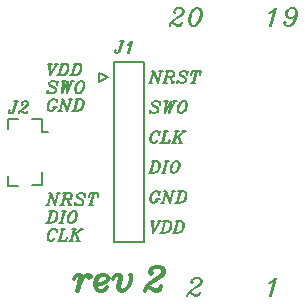
<source format=gto>
%FSLAX46Y46*%
%MOMM*%
%ADD10C,0.150000*%
%ADD11C,0.300000*%
G01*
G01*
%LPD*%
D10*
X-3547619Y5928571D02*
X-3595238Y5928571D01*
D10*
X-3500000Y6023809D02*
X-3547619Y5928571D01*
D10*
X-3547619Y5738095D02*
X-3500000Y6023809D01*
D10*
X-3547619Y5833333D02*
X-3547619Y5738095D01*
D10*
X-3595238Y5928571D02*
X-3547619Y5833333D01*
D10*
X-3642857Y5976190D02*
X-3595238Y5928571D01*
D10*
X-3785714Y6023809D02*
X-3642857Y5976190D01*
D10*
X-3976190Y6023809D02*
X-3785714Y6023809D01*
D10*
X-4119047Y5976190D02*
X-3976190Y6023809D01*
D10*
X-4214285Y5880952D02*
X-4119047Y5976190D01*
D10*
X-4214285Y5785714D02*
X-4214285Y5880952D01*
D10*
X-4166666Y5690476D02*
X-4214285Y5785714D01*
D10*
X-4119047Y5642857D02*
X-4166666Y5690476D01*
D10*
X-3785714Y5452381D02*
X-4119047Y5642857D01*
D10*
X-3690476Y5357143D02*
X-3785714Y5452381D01*
D10*
X-4119047Y5690476D02*
X-4214285Y5785714D01*
D10*
X-3785714Y5500000D02*
X-4119047Y5690476D01*
D10*
X-3738095Y5452381D02*
X-3785714Y5500000D01*
D10*
X-3690476Y5357143D02*
X-3738095Y5452381D01*
D10*
X-3690476Y5214285D02*
X-3690476Y5357143D01*
D10*
X-3738095Y5119047D02*
X-3690476Y5214285D01*
D10*
X-3785714Y5071428D02*
X-3738095Y5119047D01*
D10*
X-3928571Y5023809D02*
X-3785714Y5071428D01*
D10*
X-4119047Y5023809D02*
X-3928571Y5023809D01*
D10*
X-4261905Y5071428D02*
X-4119047Y5023809D01*
D10*
X-4309524Y5119047D02*
X-4261905Y5071428D01*
D10*
X-4357143Y5214285D02*
X-4309524Y5119047D01*
D10*
X-4357143Y5309524D02*
X-4357143Y5214285D01*
D10*
X-4404762Y5023809D02*
X-4357143Y5309524D01*
D10*
X-4357143Y5119047D02*
X-4404762Y5023809D01*
D10*
X-4309524Y5119047D02*
X-4357143Y5119047D01*
D10*
X-3119047Y5023809D02*
X-3023809Y6023809D01*
D10*
X-3071428Y5119047D02*
X-2976190Y6023809D01*
D10*
X-3119047Y5023809D02*
X-2642857Y6023809D01*
D10*
X-2738095Y5023809D02*
X-2642857Y6023809D01*
D10*
X-2690476Y5119047D02*
X-2595238Y6023809D01*
D10*
X-2738095Y5023809D02*
X-2261904Y6023809D01*
D10*
X-2833333Y6023809D02*
X-3166666Y6023809D01*
D10*
X-2119047Y6023809D02*
X-2404762Y6023809D01*
D10*
X-1738095Y5976190D02*
X-1595238Y6023809D01*
D10*
X-1833333Y5880952D02*
X-1738095Y5976190D01*
D10*
X-1928571Y5738095D02*
X-1833333Y5880952D01*
D10*
X-1976190Y5595238D02*
X-1928571Y5738095D01*
D10*
X-2023809Y5404762D02*
X-1976190Y5595238D01*
D10*
X-2023809Y5261905D02*
X-2023809Y5404762D01*
D10*
X-1976190Y5119047D02*
X-2023809Y5261905D01*
D10*
X-1928571Y5071428D02*
X-1976190Y5119047D01*
D10*
X-1833333Y5023809D02*
X-1928571Y5071428D01*
D10*
X-1690476Y5023809D02*
X-1833333Y5023809D01*
D10*
X-1547619Y5071428D02*
X-1690476Y5023809D01*
D10*
X-1452381Y5166666D02*
X-1547619Y5071428D01*
D10*
X-1357143Y5309524D02*
X-1452381Y5166666D01*
D10*
X-1309523Y5452381D02*
X-1357143Y5309524D01*
D10*
X-1261904Y5642857D02*
X-1309523Y5452381D01*
D10*
X-1261904Y5785714D02*
X-1261904Y5642857D01*
D10*
X-1309523Y5928571D02*
X-1261904Y5785714D01*
D10*
X-1357143Y5976190D02*
X-1309523Y5928571D01*
D10*
X-1452381Y6023809D02*
X-1357143Y5976190D01*
D10*
X-1595238Y6023809D02*
X-1452381Y6023809D01*
D10*
X-1690476Y5976190D02*
X-1595238Y6023809D01*
D10*
X-1785714Y5880952D02*
X-1690476Y5976190D01*
D10*
X-1880952Y5738095D02*
X-1785714Y5880952D01*
D10*
X-1928571Y5595238D02*
X-1880952Y5738095D01*
D10*
X-1976190Y5404762D02*
X-1928571Y5595238D01*
D10*
X-1976190Y5261905D02*
X-1976190Y5404762D01*
D10*
X-1928571Y5119047D02*
X-1976190Y5261905D01*
D10*
X-1833333Y5023809D02*
X-1928571Y5119047D01*
D10*
X-1595238Y5071428D02*
X-1690476Y5023809D01*
D10*
X-1500000Y5166666D02*
X-1595238Y5071428D01*
D10*
X-1404762Y5309524D02*
X-1500000Y5166666D01*
D10*
X-1357143Y5452381D02*
X-1404762Y5309524D01*
D10*
X-1309523Y5642857D02*
X-1357143Y5452381D01*
D10*
X-1309523Y5785714D02*
X-1309523Y5642857D01*
D10*
X-1357143Y5928571D02*
X-1309523Y5785714D01*
D10*
X-1452381Y6023809D02*
X-1357143Y5928571D01*
D10*
X7961428Y-11001429D02*
X7890000Y-10930000D01*
D10*
X7890000Y-11072857D02*
X7961428Y-11001429D01*
D10*
X7818571Y-11001429D02*
X7890000Y-11072857D01*
D10*
X7818571Y-10930000D02*
X7818571Y-11001429D01*
D10*
X7890000Y-10787143D02*
X7818571Y-10930000D01*
D10*
X7961428Y-10715714D02*
X7890000Y-10787143D01*
D10*
X8175714Y-10644286D02*
X7961428Y-10715714D01*
D10*
X8390000Y-10644286D02*
X8175714Y-10644286D01*
D10*
X8604286Y-10715714D02*
X8390000Y-10644286D01*
D10*
X8675714Y-10858571D02*
X8604286Y-10715714D01*
D10*
X8675714Y-11001429D02*
X8675714Y-10858571D01*
D10*
X8604286Y-11144286D02*
X8675714Y-11001429D01*
D10*
X8461429Y-11287143D02*
X8604286Y-11144286D01*
D10*
X8247143Y-11430000D02*
X8461429Y-11287143D01*
D10*
X7961428Y-11572857D02*
X8247143Y-11430000D01*
D10*
X7747143Y-11715714D02*
X7961428Y-11572857D01*
D10*
X7604286Y-11858571D02*
X7747143Y-11715714D01*
D10*
X7461428Y-12144286D02*
X7604286Y-11858571D01*
D10*
X8532857Y-10715714D02*
X8390000Y-10644286D01*
D10*
X8604286Y-10858571D02*
X8532857Y-10715714D01*
D10*
X8604286Y-11001429D02*
X8604286Y-10858571D01*
D10*
X8532857Y-11144286D02*
X8604286Y-11001429D01*
D10*
X8390000Y-11287143D02*
X8532857Y-11144286D01*
D10*
X7961428Y-11572857D02*
X8390000Y-11287143D01*
D10*
X7604286Y-11930000D02*
X7532857Y-12001429D01*
D10*
X7747143Y-11930000D02*
X7604286Y-11930000D01*
D10*
X8104286Y-12072857D02*
X7747143Y-11930000D01*
D10*
X8318571Y-12072857D02*
X8104286Y-12072857D01*
D10*
X8461429Y-12001429D02*
X8318571Y-12072857D01*
D10*
X8532857Y-11858571D02*
X8461429Y-12001429D01*
D10*
X8104286Y-12144286D02*
X7747143Y-11930000D01*
D10*
X8318571Y-12144286D02*
X8104286Y-12144286D01*
D10*
X8461429Y-12072857D02*
X8318571Y-12144286D01*
D10*
X8532857Y-11858571D02*
X8461429Y-12072857D01*
D10*
X-4166666Y6523809D02*
X-4214285Y7523809D01*
D10*
X-4119047Y6619047D02*
X-4166666Y7523809D01*
D10*
X-4166666Y6523809D02*
X-3547619Y7523809D01*
D10*
X-4023809Y7523809D02*
X-4309524Y7523809D01*
D10*
X-3452381Y7523809D02*
X-3738095Y7523809D01*
D10*
X-3404762Y6523809D02*
X-3119047Y7523809D01*
D10*
X-3357143Y6523809D02*
X-3071428Y7523809D01*
D10*
X-2833333Y7523809D02*
X-3261904Y7523809D01*
D10*
X-2690476Y7476190D02*
X-2833333Y7523809D01*
D10*
X-2642857Y7428571D02*
X-2690476Y7476190D01*
D10*
X-2595238Y7285714D02*
X-2642857Y7428571D01*
D10*
X-2595238Y7095238D02*
X-2595238Y7285714D01*
D10*
X-2642857Y6904762D02*
X-2595238Y7095238D01*
D10*
X-2738095Y6714285D02*
X-2642857Y6904762D01*
D10*
X-2833333Y6619047D02*
X-2738095Y6714285D01*
D10*
X-2928571Y6571428D02*
X-2833333Y6619047D01*
D10*
X-3119047Y6523809D02*
X-2928571Y6571428D01*
D10*
X-3547619Y6523809D02*
X-3119047Y6523809D01*
D10*
X-2738095Y7476190D02*
X-2833333Y7523809D01*
D10*
X-2690476Y7428571D02*
X-2738095Y7476190D01*
D10*
X-2642857Y7285714D02*
X-2690476Y7428571D01*
D10*
X-2642857Y7095238D02*
X-2642857Y7285714D01*
D10*
X-2690476Y6904762D02*
X-2642857Y7095238D01*
D10*
X-2785714Y6714285D02*
X-2690476Y6904762D01*
D10*
X-2880952Y6619047D02*
X-2785714Y6714285D01*
D10*
X-2976190Y6571428D02*
X-2880952Y6619047D01*
D10*
X-3119047Y6523809D02*
X-2976190Y6571428D01*
D10*
X-2309523Y6523809D02*
X-2023809Y7523809D01*
D10*
X-2261904Y6523809D02*
X-1976190Y7523809D01*
D10*
X-1738095Y7523809D02*
X-2166666Y7523809D01*
D10*
X-1595238Y7476190D02*
X-1738095Y7523809D01*
D10*
X-1547619Y7428571D02*
X-1595238Y7476190D01*
D10*
X-1500000Y7285714D02*
X-1547619Y7428571D01*
D10*
X-1500000Y7095238D02*
X-1500000Y7285714D01*
D10*
X-1547619Y6904762D02*
X-1500000Y7095238D01*
D10*
X-1642857Y6714285D02*
X-1547619Y6904762D01*
D10*
X-1738095Y6619047D02*
X-1642857Y6714285D01*
D10*
X-1833333Y6571428D02*
X-1738095Y6619047D01*
D10*
X-2023809Y6523809D02*
X-1833333Y6571428D01*
D10*
X-2452381Y6523809D02*
X-2023809Y6523809D01*
D10*
X-1642857Y7476190D02*
X-1738095Y7523809D01*
D10*
X-1595238Y7428571D02*
X-1642857Y7476190D01*
D10*
X-1547619Y7285714D02*
X-1595238Y7428571D01*
D10*
X-1547619Y7095238D02*
X-1547619Y7285714D01*
D10*
X-1595238Y6904762D02*
X-1547619Y7095238D01*
D10*
X-1690476Y6714285D02*
X-1595238Y6904762D01*
D10*
X-1785714Y6619047D02*
X-1690476Y6714285D01*
D10*
X-1880952Y6571428D02*
X-1785714Y6619047D01*
D10*
X-2023809Y6523809D02*
X-1880952Y6571428D01*
D10*
X4333857Y-1746190D02*
X4619571Y-746190D01*
D10*
X4381476Y-1746190D02*
X4667190Y-746190D01*
D10*
X4905285Y-746190D02*
X4476714Y-746190D01*
D10*
X5048143Y-793809D02*
X4905285Y-746190D01*
D10*
X5095762Y-841428D02*
X5048143Y-793809D01*
D10*
X5143381Y-984285D02*
X5095762Y-841428D01*
D10*
X5143381Y-1174761D02*
X5143381Y-984285D01*
D10*
X5095762Y-1365238D02*
X5143381Y-1174761D01*
D10*
X5000524Y-1555714D02*
X5095762Y-1365238D01*
D10*
X4905285Y-1650952D02*
X5000524Y-1555714D01*
D10*
X4810047Y-1698571D02*
X4905285Y-1650952D01*
D10*
X4619571Y-1746190D02*
X4810047Y-1698571D01*
D10*
X4191000Y-1746190D02*
X4619571Y-1746190D01*
D10*
X5000524Y-793809D02*
X4905285Y-746190D01*
D10*
X5048143Y-841428D02*
X5000524Y-793809D01*
D10*
X5095762Y-984285D02*
X5048143Y-841428D01*
D10*
X5095762Y-1174761D02*
X5095762Y-984285D01*
D10*
X5048143Y-1365238D02*
X5095762Y-1174761D01*
D10*
X4952905Y-1555714D02*
X5048143Y-1365238D01*
D10*
X4857666Y-1650952D02*
X4952905Y-1555714D01*
D10*
X4762428Y-1698571D02*
X4857666Y-1650952D01*
D10*
X4619571Y-1746190D02*
X4762428Y-1698571D01*
D10*
X5429095Y-1746190D02*
X5714809Y-746190D01*
D10*
X5476714Y-1746190D02*
X5762428Y-746190D01*
D10*
X5905286Y-746190D02*
X5571952Y-746190D01*
D10*
X5619571Y-1746190D02*
X5286238Y-1746190D01*
D10*
X6333857Y-793809D02*
X6476714Y-746190D01*
D10*
X6238619Y-889047D02*
X6333857Y-793809D01*
D10*
X6143381Y-1031904D02*
X6238619Y-889047D01*
D10*
X6095762Y-1174761D02*
X6143381Y-1031904D01*
D10*
X6048143Y-1365238D02*
X6095762Y-1174761D01*
D10*
X6048143Y-1508095D02*
X6048143Y-1365238D01*
D10*
X6095762Y-1650952D02*
X6048143Y-1508095D01*
D10*
X6143381Y-1698571D02*
X6095762Y-1650952D01*
D10*
X6238619Y-1746190D02*
X6143381Y-1698571D01*
D10*
X6381476Y-1746190D02*
X6238619Y-1746190D01*
D10*
X6524333Y-1698571D02*
X6381476Y-1746190D01*
D10*
X6619571Y-1603333D02*
X6524333Y-1698571D01*
D10*
X6714809Y-1460476D02*
X6619571Y-1603333D01*
D10*
X6762428Y-1317619D02*
X6714809Y-1460476D01*
D10*
X6810047Y-1127142D02*
X6762428Y-1317619D01*
D10*
X6810047Y-984285D02*
X6810047Y-1127142D01*
D10*
X6762428Y-841428D02*
X6810047Y-984285D01*
D10*
X6714809Y-793809D02*
X6762428Y-841428D01*
D10*
X6619571Y-746190D02*
X6714809Y-793809D01*
D10*
X6476714Y-746190D02*
X6619571Y-746190D01*
D10*
X6381476Y-793809D02*
X6476714Y-746190D01*
D10*
X6286238Y-889047D02*
X6381476Y-793809D01*
D10*
X6191000Y-1031904D02*
X6286238Y-889047D01*
D10*
X6143381Y-1174761D02*
X6191000Y-1031904D01*
D10*
X6095762Y-1365238D02*
X6143381Y-1174761D01*
D10*
X6095762Y-1508095D02*
X6095762Y-1365238D01*
D10*
X6143381Y-1650952D02*
X6095762Y-1508095D01*
D10*
X6238619Y-1746190D02*
X6143381Y-1650952D01*
D10*
X6476714Y-1698571D02*
X6381476Y-1746190D01*
D10*
X6571952Y-1603333D02*
X6476714Y-1698571D01*
D10*
X6667190Y-1460476D02*
X6571952Y-1603333D01*
D10*
X6714809Y-1317619D02*
X6667190Y-1460476D01*
D10*
X6762428Y-1127142D02*
X6714809Y-1317619D01*
D10*
X6762428Y-984285D02*
X6762428Y-1127142D01*
D10*
X6714809Y-841428D02*
X6762428Y-984285D01*
D10*
X6619571Y-746190D02*
X6714809Y-841428D01*
D10*
X14470000Y10715714D02*
X14827143Y11930000D01*
D10*
X14541429Y10715714D02*
X14970000Y12215714D01*
D10*
X14755714Y12001429D02*
X14970000Y12215714D01*
D10*
X14541429Y11858571D02*
X14755714Y12001429D01*
D10*
X14398571Y11787143D02*
X14541429Y11858571D01*
D10*
X14612857Y11858571D02*
X14898571Y12001429D01*
D10*
X14398571Y11787143D02*
X14612857Y11858571D01*
D10*
X16612857Y11572857D02*
X16684286Y11715714D01*
D10*
X16470000Y11430000D02*
X16612857Y11572857D01*
D10*
X16327143Y11358571D02*
X16470000Y11430000D01*
D10*
X16112857Y11358571D02*
X16327143Y11358571D01*
D10*
X15970000Y11430000D02*
X16112857Y11358571D01*
D10*
X15898571Y11501429D02*
X15970000Y11430000D01*
D10*
X15827143Y11644286D02*
X15898571Y11501429D01*
D10*
X15827143Y11858571D02*
X15827143Y11644286D01*
D10*
X15898571Y12001429D02*
X15827143Y11858571D01*
D10*
X16041428Y12144286D02*
X15898571Y12001429D01*
D10*
X16255714Y12215714D02*
X16041428Y12144286D01*
D10*
X16470000Y12215714D02*
X16255714Y12215714D01*
D10*
X16612857Y12144286D02*
X16470000Y12215714D01*
D10*
X16684286Y12072857D02*
X16612857Y12144286D01*
D10*
X16755714Y11930000D02*
X16684286Y12072857D01*
D10*
X16755714Y11644286D02*
X16755714Y11930000D01*
D10*
X16684286Y11358571D02*
X16755714Y11644286D01*
D10*
X16612857Y11144286D02*
X16684286Y11358571D01*
D10*
X16470000Y10930000D02*
X16612857Y11144286D01*
D10*
X16327143Y10787143D02*
X16470000Y10930000D01*
D10*
X16112857Y10715714D02*
X16327143Y10787143D01*
D10*
X15898571Y10715714D02*
X16112857Y10715714D01*
D10*
X15755714Y10787143D02*
X15898571Y10715714D01*
D10*
X15684286Y10930000D02*
X15755714Y10787143D01*
D10*
X15684286Y11001429D02*
X15684286Y10930000D01*
D10*
X15755714Y11072857D02*
X15684286Y11001429D01*
D10*
X15827143Y11001429D02*
X15755714Y11072857D01*
D10*
X15755714Y10930000D02*
X15827143Y11001429D01*
D10*
X15898571Y11572857D02*
X15970000Y11430000D01*
D10*
X15898571Y11858571D02*
X15898571Y11572857D01*
D10*
X15970000Y12001429D02*
X15898571Y11858571D01*
D10*
X16112857Y12144286D02*
X15970000Y12001429D01*
D10*
X16255714Y12215714D02*
X16112857Y12144286D01*
D10*
X16684286Y12001429D02*
X16612857Y12144286D01*
D10*
X16684286Y11644286D02*
X16684286Y12001429D01*
D10*
X16612857Y11358571D02*
X16684286Y11644286D01*
D10*
X16541428Y11144286D02*
X16612857Y11358571D01*
D10*
X16398572Y10930000D02*
X16541428Y11144286D01*
D10*
X16255714Y10787143D02*
X16398572Y10930000D01*
D10*
X16112857Y10715714D02*
X16255714Y10787143D01*
D10*
X5095762Y1698571D02*
X5048143Y1698571D01*
D10*
X5143381Y1793809D02*
X5095762Y1698571D01*
D10*
X5095762Y1508095D02*
X5143381Y1793809D01*
D10*
X5095762Y1603333D02*
X5095762Y1508095D01*
D10*
X5048143Y1698571D02*
X5095762Y1603333D01*
D10*
X5000524Y1746190D02*
X5048143Y1698571D01*
D10*
X4905285Y1793809D02*
X5000524Y1746190D01*
D10*
X4762428Y1793809D02*
X4905285Y1793809D01*
D10*
X4619571Y1746190D02*
X4762428Y1793809D01*
D10*
X4524333Y1650952D02*
X4619571Y1746190D01*
D10*
X4429095Y1508095D02*
X4524333Y1650952D01*
D10*
X4381476Y1365238D02*
X4429095Y1508095D01*
D10*
X4333857Y1174761D02*
X4381476Y1365238D01*
D10*
X4333857Y1031904D02*
X4333857Y1174761D01*
D10*
X4381476Y889047D02*
X4333857Y1031904D01*
D10*
X4429095Y841428D02*
X4381476Y889047D01*
D10*
X4571952Y793809D02*
X4429095Y841428D01*
D10*
X4714809Y793809D02*
X4571952Y793809D01*
D10*
X4810047Y841428D02*
X4714809Y793809D01*
D10*
X4905285Y936666D02*
X4810047Y841428D01*
D10*
X4952905Y1031904D02*
X4905285Y936666D01*
D10*
X4667190Y1746190D02*
X4762428Y1793809D01*
D10*
X4571952Y1650952D02*
X4667190Y1746190D01*
D10*
X4476714Y1508095D02*
X4571952Y1650952D01*
D10*
X4429095Y1365238D02*
X4476714Y1508095D01*
D10*
X4381476Y1174761D02*
X4429095Y1365238D01*
D10*
X4381476Y1031904D02*
X4381476Y1174761D01*
D10*
X4429095Y889047D02*
X4381476Y1031904D01*
D10*
X4476714Y841428D02*
X4429095Y889047D01*
D10*
X4571952Y793809D02*
X4476714Y841428D01*
D10*
X5333857Y793809D02*
X5619571Y1793809D01*
D10*
X5381476Y793809D02*
X5667190Y1793809D01*
D10*
X5810047Y1793809D02*
X5476714Y1793809D01*
D10*
X5905286Y793809D02*
X5191000Y793809D01*
D10*
X6000524Y1079523D02*
X5905286Y793809D01*
D10*
X5857666Y793809D02*
X6000524Y1079523D01*
D10*
X6286238Y793809D02*
X6571952Y1793809D01*
D10*
X6333857Y793809D02*
X6619571Y1793809D01*
D10*
X6429095Y1174761D02*
X7238619Y1793809D01*
D10*
X6952905Y793809D02*
X6762428Y1365238D01*
D10*
X6905286Y793809D02*
X6714809Y1365238D01*
D10*
X6762428Y1793809D02*
X6429095Y1793809D01*
D10*
X7333857Y1793809D02*
X7048143Y1793809D01*
D10*
X6476714Y793809D02*
X6143381Y793809D01*
D10*
X7048143Y793809D02*
X6762428Y793809D01*
D10*
X5095762Y-3381428D02*
X5048143Y-3381428D01*
D10*
X5143381Y-3286190D02*
X5095762Y-3381428D01*
D10*
X5095762Y-3571904D02*
X5143381Y-3286190D01*
D10*
X5095762Y-3476666D02*
X5095762Y-3571904D01*
D10*
X5048143Y-3381428D02*
X5095762Y-3476666D01*
D10*
X5000524Y-3333809D02*
X5048143Y-3381428D01*
D10*
X4905285Y-3286190D02*
X5000524Y-3333809D01*
D10*
X4762428Y-3286190D02*
X4905285Y-3286190D01*
D10*
X4619571Y-3333809D02*
X4762428Y-3286190D01*
D10*
X4524333Y-3429047D02*
X4619571Y-3333809D01*
D10*
X4429095Y-3571904D02*
X4524333Y-3429047D01*
D10*
X4381476Y-3714762D02*
X4429095Y-3571904D01*
D10*
X4333857Y-3905238D02*
X4381476Y-3714762D01*
D10*
X4333857Y-4048095D02*
X4333857Y-3905238D01*
D10*
X4381476Y-4190952D02*
X4333857Y-4048095D01*
D10*
X4429095Y-4238571D02*
X4381476Y-4190952D01*
D10*
X4571952Y-4286190D02*
X4429095Y-4238571D01*
D10*
X4667190Y-4286190D02*
X4571952Y-4286190D01*
D10*
X4810047Y-4238571D02*
X4667190Y-4286190D01*
D10*
X4905285Y-4143333D02*
X4810047Y-4238571D01*
D10*
X5000524Y-3952857D02*
X4905285Y-4143333D01*
D10*
X4667190Y-3333809D02*
X4762428Y-3286190D01*
D10*
X4571952Y-3429047D02*
X4667190Y-3333809D01*
D10*
X4476714Y-3571904D02*
X4571952Y-3429047D01*
D10*
X4429095Y-3714762D02*
X4476714Y-3571904D01*
D10*
X4381476Y-3905238D02*
X4429095Y-3714762D01*
D10*
X4381476Y-4048095D02*
X4381476Y-3905238D01*
D10*
X4429095Y-4190952D02*
X4381476Y-4048095D01*
D10*
X4476714Y-4238571D02*
X4429095Y-4190952D01*
D10*
X4571952Y-4286190D02*
X4476714Y-4238571D01*
D10*
X4762428Y-4238571D02*
X4667190Y-4286190D01*
D10*
X4857666Y-4143333D02*
X4762428Y-4238571D01*
D10*
X4952905Y-3952857D02*
X4857666Y-4143333D01*
D10*
X5143381Y-3952857D02*
X4810047Y-3952857D01*
D10*
X5381476Y-4286190D02*
X5667190Y-3286190D01*
D10*
X6000524Y-4143333D02*
X5667190Y-3286190D01*
D10*
X6000524Y-4286190D02*
X5667190Y-3429047D01*
D10*
X6000524Y-4286190D02*
X6286238Y-3286190D01*
D10*
X5667190Y-3286190D02*
X5524333Y-3286190D01*
D10*
X6429095Y-3286190D02*
X6143381Y-3286190D01*
D10*
X5524333Y-4286190D02*
X5238619Y-4286190D01*
D10*
X6571952Y-4286190D02*
X6857666Y-3286190D01*
D10*
X6619571Y-4286190D02*
X6905286Y-3286190D01*
D10*
X7143381Y-3286190D02*
X6714809Y-3286190D01*
D10*
X7286238Y-3333809D02*
X7143381Y-3286190D01*
D10*
X7333857Y-3381428D02*
X7286238Y-3333809D01*
D10*
X7381476Y-3524285D02*
X7333857Y-3381428D01*
D10*
X7381476Y-3714762D02*
X7381476Y-3524285D01*
D10*
X7333857Y-3905238D02*
X7381476Y-3714762D01*
D10*
X7238619Y-4095714D02*
X7333857Y-3905238D01*
D10*
X7143381Y-4190952D02*
X7238619Y-4095714D01*
D10*
X7048143Y-4238571D02*
X7143381Y-4190952D01*
D10*
X6857666Y-4286190D02*
X7048143Y-4238571D01*
D10*
X6429095Y-4286190D02*
X6857666Y-4286190D01*
D10*
X7238619Y-3333809D02*
X7143381Y-3286190D01*
D10*
X7286238Y-3381428D02*
X7238619Y-3333809D01*
D10*
X7333857Y-3524285D02*
X7286238Y-3381428D01*
D10*
X7333857Y-3714762D02*
X7333857Y-3524285D01*
D10*
X7286238Y-3905238D02*
X7333857Y-3714762D01*
D10*
X7191000Y-4095714D02*
X7286238Y-3905238D01*
D10*
X7095762Y-4190952D02*
X7191000Y-4095714D01*
D10*
X7000524Y-4238571D02*
X7095762Y-4190952D01*
D10*
X6857666Y-4286190D02*
X7000524Y-4238571D01*
D10*
X1746190Y8604286D02*
X1984285Y9413810D01*
D10*
X1698571Y8509048D02*
X1746190Y8604286D01*
D10*
X1650952Y8461429D02*
X1698571Y8509048D01*
D10*
X1555714Y8413810D02*
X1650952Y8461429D01*
D10*
X1460476Y8413810D02*
X1555714Y8413810D01*
D10*
X1365238Y8461429D02*
X1460476Y8413810D01*
D10*
X1317619Y8556667D02*
X1365238Y8461429D01*
D10*
X1317619Y8651905D02*
X1317619Y8556667D01*
D10*
X1365238Y8699524D02*
X1317619Y8651905D01*
D10*
X1412857Y8651905D02*
X1365238Y8699524D01*
D10*
X1365238Y8604286D02*
X1412857Y8651905D01*
D10*
X1698571Y8604286D02*
X1936666Y9413810D01*
D10*
X1650952Y8509048D02*
X1698571Y8604286D01*
D10*
X1555714Y8413810D02*
X1650952Y8509048D01*
D10*
X2127143Y9413810D02*
X1793809Y9413810D01*
D10*
X2460476Y8413810D02*
X2698571Y9223333D01*
D10*
X2508095Y8413810D02*
X2793809Y9413810D01*
D10*
X2650952Y9270952D02*
X2793809Y9413810D01*
D10*
X2508095Y9175714D02*
X2650952Y9270952D01*
D10*
X2412857Y9128095D02*
X2508095Y9175714D01*
D10*
X2555714Y9175714D02*
X2746190Y9270952D01*
D10*
X2412857Y9128095D02*
X2555714Y9175714D01*
D10*
X4333857Y5873809D02*
X4619571Y6873809D01*
D10*
X4952905Y6016666D02*
X4619571Y6873809D01*
D10*
X4952905Y5873809D02*
X4619571Y6730952D01*
D10*
X4952905Y5873809D02*
X5238619Y6873809D01*
D10*
X4619571Y6873809D02*
X4476714Y6873809D01*
D10*
X5381476Y6873809D02*
X5095762Y6873809D01*
D10*
X4476714Y5873809D02*
X4191000Y5873809D01*
D10*
X5524333Y5873809D02*
X5810047Y6873809D01*
D10*
X5571952Y5873809D02*
X5857666Y6873809D01*
D10*
X6191000Y6873809D02*
X5667190Y6873809D01*
D10*
X6333857Y6826190D02*
X6191000Y6873809D01*
D10*
X6381476Y6730952D02*
X6333857Y6826190D01*
D10*
X6381476Y6635714D02*
X6381476Y6730952D01*
D10*
X6333857Y6492857D02*
X6381476Y6635714D01*
D10*
X6286238Y6445238D02*
X6333857Y6492857D01*
D10*
X6143381Y6397619D02*
X6286238Y6445238D01*
D10*
X5714809Y6397619D02*
X6143381Y6397619D01*
D10*
X6286238Y6826190D02*
X6191000Y6873809D01*
D10*
X6333857Y6730952D02*
X6286238Y6826190D01*
D10*
X6333857Y6635714D02*
X6333857Y6730952D01*
D10*
X6286238Y6492857D02*
X6333857Y6635714D01*
D10*
X6238619Y6445238D02*
X6286238Y6492857D01*
D10*
X6143381Y6397619D02*
X6238619Y6445238D01*
D10*
X6048143Y6350000D02*
X5952905Y6397619D01*
D10*
X6095762Y6302381D02*
X6048143Y6350000D01*
D10*
X6143381Y5921428D02*
X6095762Y6302381D01*
D10*
X6191000Y5873809D02*
X6143381Y5921428D01*
D10*
X6286238Y5873809D02*
X6191000Y5873809D01*
D10*
X6333857Y5969047D02*
X6286238Y5873809D01*
D10*
X6333857Y6016666D02*
X6333857Y5969047D01*
D10*
X6191000Y5969047D02*
X6095762Y6302381D01*
D10*
X6238619Y5921428D02*
X6191000Y5969047D01*
D10*
X6286238Y5921428D02*
X6238619Y5921428D01*
D10*
X6333857Y5969047D02*
X6286238Y5921428D01*
D10*
X5714809Y5873809D02*
X5381476Y5873809D01*
D10*
X7476714Y6778571D02*
X7429095Y6778571D01*
D10*
X7524333Y6873809D02*
X7476714Y6778571D01*
D10*
X7476714Y6588095D02*
X7524333Y6873809D01*
D10*
X7476714Y6683333D02*
X7476714Y6588095D01*
D10*
X7429095Y6778571D02*
X7476714Y6683333D01*
D10*
X7381476Y6826190D02*
X7429095Y6778571D01*
D10*
X7238619Y6873809D02*
X7381476Y6826190D01*
D10*
X7048143Y6873809D02*
X7238619Y6873809D01*
D10*
X6905286Y6826190D02*
X7048143Y6873809D01*
D10*
X6810047Y6730952D02*
X6905286Y6826190D01*
D10*
X6810047Y6635714D02*
X6810047Y6730952D01*
D10*
X6857666Y6540476D02*
X6810047Y6635714D01*
D10*
X6905286Y6492857D02*
X6857666Y6540476D01*
D10*
X7238619Y6302381D02*
X6905286Y6492857D01*
D10*
X7333857Y6207143D02*
X7238619Y6302381D01*
D10*
X6905286Y6540476D02*
X6810047Y6635714D01*
D10*
X7238619Y6350000D02*
X6905286Y6540476D01*
D10*
X7286238Y6302381D02*
X7238619Y6350000D01*
D10*
X7333857Y6207143D02*
X7286238Y6302381D01*
D10*
X7333857Y6064285D02*
X7333857Y6207143D01*
D10*
X7286238Y5969047D02*
X7333857Y6064285D01*
D10*
X7238619Y5921428D02*
X7286238Y5969047D01*
D10*
X7095762Y5873809D02*
X7238619Y5921428D01*
D10*
X6905286Y5873809D02*
X7095762Y5873809D01*
D10*
X6762428Y5921428D02*
X6905286Y5873809D01*
D10*
X6714809Y5969047D02*
X6762428Y5921428D01*
D10*
X6667190Y6064285D02*
X6714809Y5969047D01*
D10*
X6667190Y6159524D02*
X6667190Y6064285D01*
D10*
X6619571Y5873809D02*
X6667190Y6159524D01*
D10*
X6667190Y5969047D02*
X6619571Y5873809D01*
D10*
X6714809Y5969047D02*
X6667190Y5969047D01*
D10*
X7952905Y5873809D02*
X8238619Y6873809D01*
D10*
X8000524Y5873809D02*
X8286238Y6873809D01*
D10*
X7810047Y6588095D02*
X7952905Y6873809D01*
D10*
X7905286Y6873809D02*
X7810047Y6588095D01*
D10*
X8619572Y6873809D02*
X7905286Y6873809D01*
D10*
X8571952Y6588095D02*
X8619572Y6873809D01*
D10*
X8571952Y6873809D02*
X8571952Y6588095D01*
D10*
X8143381Y5873809D02*
X7810047Y5873809D01*
D10*
X6461428Y11858571D02*
X6390000Y11930000D01*
D10*
X6390000Y11787143D02*
X6461428Y11858571D01*
D10*
X6318571Y11858571D02*
X6390000Y11787143D01*
D10*
X6318571Y11930000D02*
X6318571Y11858571D01*
D10*
X6390000Y12072857D02*
X6318571Y11930000D01*
D10*
X6461428Y12144286D02*
X6390000Y12072857D01*
D10*
X6675714Y12215714D02*
X6461428Y12144286D01*
D10*
X6890000Y12215714D02*
X6675714Y12215714D01*
D10*
X7104286Y12144286D02*
X6890000Y12215714D01*
D10*
X7175714Y12001429D02*
X7104286Y12144286D01*
D10*
X7175714Y11858571D02*
X7175714Y12001429D01*
D10*
X7104286Y11715714D02*
X7175714Y11858571D01*
D10*
X6961428Y11572857D02*
X7104286Y11715714D01*
D10*
X6747143Y11430000D02*
X6961428Y11572857D01*
D10*
X6461428Y11287143D02*
X6747143Y11430000D01*
D10*
X6247143Y11144286D02*
X6461428Y11287143D01*
D10*
X6104286Y11001429D02*
X6247143Y11144286D01*
D10*
X5961428Y10715714D02*
X6104286Y11001429D01*
D10*
X7032857Y12144286D02*
X6890000Y12215714D01*
D10*
X7104286Y12001429D02*
X7032857Y12144286D01*
D10*
X7104286Y11858571D02*
X7104286Y12001429D01*
D10*
X7032857Y11715714D02*
X7104286Y11858571D01*
D10*
X6890000Y11572857D02*
X7032857Y11715714D01*
D10*
X6461428Y11287143D02*
X6890000Y11572857D01*
D10*
X6104286Y10930000D02*
X6032857Y10858571D01*
D10*
X6247143Y10930000D02*
X6104286Y10930000D01*
D10*
X6604286Y10787143D02*
X6247143Y10930000D01*
D10*
X6818571Y10787143D02*
X6604286Y10787143D01*
D10*
X6961428Y10858571D02*
X6818571Y10787143D01*
D10*
X7032857Y11001429D02*
X6961428Y10858571D01*
D10*
X6604286Y10715714D02*
X6247143Y10930000D01*
D10*
X6818571Y10715714D02*
X6604286Y10715714D01*
D10*
X6961428Y10787143D02*
X6818571Y10715714D01*
D10*
X7032857Y11001429D02*
X6961428Y10787143D01*
D10*
X8032857Y12144286D02*
X8247143Y12215714D01*
D10*
X7890000Y12001429D02*
X8032857Y12144286D01*
D10*
X7747143Y11787143D02*
X7890000Y12001429D01*
D10*
X7675714Y11572857D02*
X7747143Y11787143D01*
D10*
X7604286Y11287143D02*
X7675714Y11572857D01*
D10*
X7604286Y11072857D02*
X7604286Y11287143D01*
D10*
X7675714Y10858571D02*
X7604286Y11072857D01*
D10*
X7747143Y10787143D02*
X7675714Y10858571D01*
D10*
X7890000Y10715714D02*
X7747143Y10787143D01*
D10*
X8032857Y10715714D02*
X7890000Y10715714D01*
D10*
X8247143Y10787143D02*
X8032857Y10715714D01*
D10*
X8390000Y10930000D02*
X8247143Y10787143D01*
D10*
X8532857Y11144286D02*
X8390000Y10930000D01*
D10*
X8604286Y11358571D02*
X8532857Y11144286D01*
D10*
X8675714Y11644286D02*
X8604286Y11358571D01*
D10*
X8675714Y11858571D02*
X8675714Y11644286D01*
D10*
X8604286Y12072857D02*
X8675714Y11858571D01*
D10*
X8532857Y12144286D02*
X8604286Y12072857D01*
D10*
X8390000Y12215714D02*
X8532857Y12144286D01*
D10*
X8247143Y12215714D02*
X8390000Y12215714D01*
D10*
X8104286Y12144286D02*
X8247143Y12215714D01*
D10*
X7961428Y12001429D02*
X8104286Y12144286D01*
D10*
X7818571Y11787143D02*
X7961428Y12001429D01*
D10*
X7747143Y11572857D02*
X7818571Y11787143D01*
D10*
X7675714Y11287143D02*
X7747143Y11572857D01*
D10*
X7675714Y11072857D02*
X7675714Y11287143D01*
D10*
X7747143Y10858571D02*
X7675714Y11072857D01*
D10*
X7890000Y10715714D02*
X7747143Y10858571D01*
D10*
X8175714Y10787143D02*
X8032857Y10715714D01*
D10*
X8318571Y10930000D02*
X8175714Y10787143D01*
D10*
X8461429Y11144286D02*
X8318571Y10930000D01*
D10*
X8532857Y11358571D02*
X8461429Y11144286D01*
D10*
X8604286Y11644286D02*
X8532857Y11358571D01*
D10*
X8604286Y11858571D02*
X8604286Y11644286D01*
D10*
X8532857Y12072857D02*
X8604286Y11858571D01*
D10*
X8390000Y12215714D02*
X8532857Y12072857D01*
D10*
X-4357143Y-5976190D02*
X-4071428Y-4976190D01*
D10*
X-4309524Y-5976190D02*
X-4023809Y-4976190D01*
D10*
X-3785714Y-4976190D02*
X-4214285Y-4976190D01*
D10*
X-3642857Y-5023809D02*
X-3785714Y-4976190D01*
D10*
X-3595238Y-5071428D02*
X-3642857Y-5023809D01*
D10*
X-3547619Y-5214285D02*
X-3595238Y-5071428D01*
D10*
X-3547619Y-5404762D02*
X-3547619Y-5214285D01*
D10*
X-3595238Y-5595238D02*
X-3547619Y-5404762D01*
D10*
X-3690476Y-5785714D02*
X-3595238Y-5595238D01*
D10*
X-3785714Y-5880952D02*
X-3690476Y-5785714D01*
D10*
X-3880952Y-5928571D02*
X-3785714Y-5880952D01*
D10*
X-4071428Y-5976190D02*
X-3880952Y-5928571D01*
D10*
X-4500000Y-5976190D02*
X-4071428Y-5976190D01*
D10*
X-3690476Y-5023809D02*
X-3785714Y-4976190D01*
D10*
X-3642857Y-5071428D02*
X-3690476Y-5023809D01*
D10*
X-3595238Y-5214285D02*
X-3642857Y-5071428D01*
D10*
X-3595238Y-5404762D02*
X-3595238Y-5214285D01*
D10*
X-3642857Y-5595238D02*
X-3595238Y-5404762D01*
D10*
X-3738095Y-5785714D02*
X-3642857Y-5595238D01*
D10*
X-3833333Y-5880952D02*
X-3738095Y-5785714D01*
D10*
X-3928571Y-5928571D02*
X-3833333Y-5880952D01*
D10*
X-4071428Y-5976190D02*
X-3928571Y-5928571D01*
D10*
X-3261904Y-5976190D02*
X-2976190Y-4976190D01*
D10*
X-3214285Y-5976190D02*
X-2928571Y-4976190D01*
D10*
X-2785714Y-4976190D02*
X-3119047Y-4976190D01*
D10*
X-3071428Y-5976190D02*
X-3404762Y-5976190D01*
D10*
X-2357143Y-5023809D02*
X-2214285Y-4976190D01*
D10*
X-2452381Y-5119047D02*
X-2357143Y-5023809D01*
D10*
X-2547619Y-5261905D02*
X-2452381Y-5119047D01*
D10*
X-2595238Y-5404762D02*
X-2547619Y-5261905D01*
D10*
X-2642857Y-5595238D02*
X-2595238Y-5404762D01*
D10*
X-2642857Y-5738095D02*
X-2642857Y-5595238D01*
D10*
X-2595238Y-5880952D02*
X-2642857Y-5738095D01*
D10*
X-2547619Y-5928571D02*
X-2595238Y-5880952D01*
D10*
X-2452381Y-5976190D02*
X-2547619Y-5928571D01*
D10*
X-2309523Y-5976190D02*
X-2452381Y-5976190D01*
D10*
X-2166666Y-5928571D02*
X-2309523Y-5976190D01*
D10*
X-2071428Y-5833333D02*
X-2166666Y-5928571D01*
D10*
X-1976190Y-5690476D02*
X-2071428Y-5833333D01*
D10*
X-1928571Y-5547619D02*
X-1976190Y-5690476D01*
D10*
X-1880952Y-5357143D02*
X-1928571Y-5547619D01*
D10*
X-1880952Y-5214285D02*
X-1880952Y-5357143D01*
D10*
X-1928571Y-5071428D02*
X-1880952Y-5214285D01*
D10*
X-1976190Y-5023809D02*
X-1928571Y-5071428D01*
D10*
X-2071428Y-4976190D02*
X-1976190Y-5023809D01*
D10*
X-2214285Y-4976190D02*
X-2071428Y-4976190D01*
D10*
X-2309523Y-5023809D02*
X-2214285Y-4976190D01*
D10*
X-2404762Y-5119047D02*
X-2309523Y-5023809D01*
D10*
X-2500000Y-5261905D02*
X-2404762Y-5119047D01*
D10*
X-2547619Y-5404762D02*
X-2500000Y-5261905D01*
D10*
X-2595238Y-5595238D02*
X-2547619Y-5404762D01*
D10*
X-2595238Y-5738095D02*
X-2595238Y-5595238D01*
D10*
X-2547619Y-5880952D02*
X-2595238Y-5738095D01*
D10*
X-2452381Y-5976190D02*
X-2547619Y-5880952D01*
D10*
X-2214285Y-5928571D02*
X-2309523Y-5976190D01*
D10*
X-2119047Y-5833333D02*
X-2214285Y-5928571D01*
D10*
X-2023809Y-5690476D02*
X-2119047Y-5833333D01*
D10*
X-1976190Y-5547619D02*
X-2023809Y-5690476D01*
D10*
X-1928571Y-5357143D02*
X-1976190Y-5547619D01*
D10*
X-1928571Y-5214285D02*
X-1928571Y-5357143D01*
D10*
X-1976190Y-5071428D02*
X-1928571Y-5214285D01*
D10*
X-2071428Y-4976190D02*
X-1976190Y-5071428D01*
D10*
X-4357143Y-4476190D02*
X-4071428Y-3476190D01*
D10*
X-3738095Y-4333333D02*
X-4071428Y-3476190D01*
D10*
X-3738095Y-4476190D02*
X-4071428Y-3619047D01*
D10*
X-3738095Y-4476190D02*
X-3452381Y-3476190D01*
D10*
X-4071428Y-3476190D02*
X-4214285Y-3476190D01*
D10*
X-3309524Y-3476190D02*
X-3595238Y-3476190D01*
D10*
X-4214285Y-4476190D02*
X-4500000Y-4476190D01*
D10*
X-3166666Y-4476190D02*
X-2880952Y-3476190D01*
D10*
X-3119047Y-4476190D02*
X-2833333Y-3476190D01*
D10*
X-2500000Y-3476190D02*
X-3023809Y-3476190D01*
D10*
X-2357143Y-3523809D02*
X-2500000Y-3476190D01*
D10*
X-2309523Y-3619047D02*
X-2357143Y-3523809D01*
D10*
X-2309523Y-3714285D02*
X-2309523Y-3619047D01*
D10*
X-2357143Y-3857142D02*
X-2309523Y-3714285D01*
D10*
X-2404762Y-3904762D02*
X-2357143Y-3857142D01*
D10*
X-2547619Y-3952381D02*
X-2404762Y-3904762D01*
D10*
X-2976190Y-3952381D02*
X-2547619Y-3952381D01*
D10*
X-2404762Y-3523809D02*
X-2500000Y-3476190D01*
D10*
X-2357143Y-3619047D02*
X-2404762Y-3523809D01*
D10*
X-2357143Y-3714285D02*
X-2357143Y-3619047D01*
D10*
X-2404762Y-3857142D02*
X-2357143Y-3714285D01*
D10*
X-2452381Y-3904762D02*
X-2404762Y-3857142D01*
D10*
X-2547619Y-3952381D02*
X-2452381Y-3904762D01*
D10*
X-2642857Y-4000000D02*
X-2738095Y-3952381D01*
D10*
X-2595238Y-4047619D02*
X-2642857Y-4000000D01*
D10*
X-2547619Y-4428571D02*
X-2595238Y-4047619D01*
D10*
X-2500000Y-4476190D02*
X-2547619Y-4428571D01*
D10*
X-2404762Y-4476190D02*
X-2500000Y-4476190D01*
D10*
X-2357143Y-4380952D02*
X-2404762Y-4476190D01*
D10*
X-2357143Y-4333333D02*
X-2357143Y-4380952D01*
D10*
X-2500000Y-4380952D02*
X-2595238Y-4047619D01*
D10*
X-2452381Y-4428571D02*
X-2500000Y-4380952D01*
D10*
X-2404762Y-4428571D02*
X-2452381Y-4428571D01*
D10*
X-2357143Y-4380952D02*
X-2404762Y-4428571D01*
D10*
X-2976190Y-4476190D02*
X-3309524Y-4476190D01*
D10*
X-1214285Y-3571428D02*
X-1261904Y-3571428D01*
D10*
X-1166666Y-3476190D02*
X-1214285Y-3571428D01*
D10*
X-1214285Y-3761904D02*
X-1166666Y-3476190D01*
D10*
X-1214285Y-3666666D02*
X-1214285Y-3761904D01*
D10*
X-1261904Y-3571428D02*
X-1214285Y-3666666D01*
D10*
X-1309523Y-3523809D02*
X-1261904Y-3571428D01*
D10*
X-1452381Y-3476190D02*
X-1309523Y-3523809D01*
D10*
X-1642857Y-3476190D02*
X-1452381Y-3476190D01*
D10*
X-1785714Y-3523809D02*
X-1642857Y-3476190D01*
D10*
X-1880952Y-3619047D02*
X-1785714Y-3523809D01*
D10*
X-1880952Y-3714285D02*
X-1880952Y-3619047D01*
D10*
X-1833333Y-3809523D02*
X-1880952Y-3714285D01*
D10*
X-1785714Y-3857142D02*
X-1833333Y-3809523D01*
D10*
X-1452381Y-4047619D02*
X-1785714Y-3857142D01*
D10*
X-1357143Y-4142857D02*
X-1452381Y-4047619D01*
D10*
X-1785714Y-3809523D02*
X-1880952Y-3714285D01*
D10*
X-1452381Y-4000000D02*
X-1785714Y-3809523D01*
D10*
X-1404762Y-4047619D02*
X-1452381Y-4000000D01*
D10*
X-1357143Y-4142857D02*
X-1404762Y-4047619D01*
D10*
X-1357143Y-4285714D02*
X-1357143Y-4142857D01*
D10*
X-1404762Y-4380952D02*
X-1357143Y-4285714D01*
D10*
X-1452381Y-4428571D02*
X-1404762Y-4380952D01*
D10*
X-1595238Y-4476190D02*
X-1452381Y-4428571D01*
D10*
X-1785714Y-4476190D02*
X-1595238Y-4476190D01*
D10*
X-1928571Y-4428571D02*
X-1785714Y-4476190D01*
D10*
X-1976190Y-4380952D02*
X-1928571Y-4428571D01*
D10*
X-2023809Y-4285714D02*
X-1976190Y-4380952D01*
D10*
X-2023809Y-4190476D02*
X-2023809Y-4285714D01*
D10*
X-2071428Y-4476190D02*
X-2023809Y-4190476D01*
D10*
X-2023809Y-4380952D02*
X-2071428Y-4476190D01*
D10*
X-1976190Y-4380952D02*
X-2023809Y-4380952D01*
D10*
X-738095Y-4476190D02*
X-452381Y-3476190D01*
D10*
X-690476Y-4476190D02*
X-404762Y-3476190D01*
D10*
X-880952Y-3761904D02*
X-738095Y-3476190D01*
D10*
X-785714Y-3476190D02*
X-880952Y-3761904D01*
D10*
X-71428Y-3476190D02*
X-785714Y-3476190D01*
D10*
X-119047Y-3761904D02*
X-71428Y-3476190D01*
D10*
X-119047Y-3476190D02*
X-119047Y-3761904D01*
D10*
X-547619Y-4476190D02*
X-880952Y-4476190D01*
D10*
X14470000Y-12144286D02*
X14827143Y-10930000D01*
D10*
X14541429Y-12144286D02*
X14970000Y-10644286D01*
D10*
X14755714Y-10858571D02*
X14970000Y-10644286D01*
D10*
X14541429Y-11001429D02*
X14755714Y-10858571D01*
D10*
X14398571Y-11072857D02*
X14541429Y-11001429D01*
D10*
X14612857Y-11001429D02*
X14898571Y-10858571D01*
D10*
X14398571Y-11072857D02*
X14612857Y-11001429D01*
D10*
X-3595238Y4428571D02*
X-3642857Y4428571D01*
D10*
X-3547619Y4523809D02*
X-3595238Y4428571D01*
D10*
X-3595238Y4238095D02*
X-3547619Y4523809D01*
D10*
X-3595238Y4333333D02*
X-3595238Y4238095D01*
D10*
X-3642857Y4428571D02*
X-3595238Y4333333D01*
D10*
X-3690476Y4476190D02*
X-3642857Y4428571D01*
D10*
X-3785714Y4523809D02*
X-3690476Y4476190D01*
D10*
X-3928571Y4523809D02*
X-3785714Y4523809D01*
D10*
X-4071428Y4476190D02*
X-3928571Y4523809D01*
D10*
X-4166666Y4380952D02*
X-4071428Y4476190D01*
D10*
X-4261905Y4238095D02*
X-4166666Y4380952D01*
D10*
X-4309524Y4095238D02*
X-4261905Y4238095D01*
D10*
X-4357143Y3904762D02*
X-4309524Y4095238D01*
D10*
X-4357143Y3761904D02*
X-4357143Y3904762D01*
D10*
X-4309524Y3619047D02*
X-4357143Y3761904D01*
D10*
X-4261905Y3571428D02*
X-4309524Y3619047D01*
D10*
X-4119047Y3523809D02*
X-4261905Y3571428D01*
D10*
X-4023809Y3523809D02*
X-4119047Y3523809D01*
D10*
X-3880952Y3571428D02*
X-4023809Y3523809D01*
D10*
X-3785714Y3666666D02*
X-3880952Y3571428D01*
D10*
X-3690476Y3857142D02*
X-3785714Y3666666D01*
D10*
X-4023809Y4476190D02*
X-3928571Y4523809D01*
D10*
X-4119047Y4380952D02*
X-4023809Y4476190D01*
D10*
X-4214285Y4238095D02*
X-4119047Y4380952D01*
D10*
X-4261905Y4095238D02*
X-4214285Y4238095D01*
D10*
X-4309524Y3904762D02*
X-4261905Y4095238D01*
D10*
X-4309524Y3761904D02*
X-4309524Y3904762D01*
D10*
X-4261905Y3619047D02*
X-4309524Y3761904D01*
D10*
X-4214285Y3571428D02*
X-4261905Y3619047D01*
D10*
X-4119047Y3523809D02*
X-4214285Y3571428D01*
D10*
X-3928571Y3571428D02*
X-4023809Y3523809D01*
D10*
X-3833333Y3666666D02*
X-3928571Y3571428D01*
D10*
X-3738095Y3857142D02*
X-3833333Y3666666D01*
D10*
X-3547619Y3857142D02*
X-3880952Y3857142D01*
D10*
X-3309524Y3523809D02*
X-3023809Y4523809D01*
D10*
X-2690476Y3666666D02*
X-3023809Y4523809D01*
D10*
X-2690476Y3523809D02*
X-3023809Y4380952D01*
D10*
X-2690476Y3523809D02*
X-2404762Y4523809D01*
D10*
X-3023809Y4523809D02*
X-3166666Y4523809D01*
D10*
X-2261904Y4523809D02*
X-2547619Y4523809D01*
D10*
X-3166666Y3523809D02*
X-3452381Y3523809D01*
D10*
X-2119047Y3523809D02*
X-1833333Y4523809D01*
D10*
X-2071428Y3523809D02*
X-1785714Y4523809D01*
D10*
X-1547619Y4523809D02*
X-1976190Y4523809D01*
D10*
X-1404762Y4476190D02*
X-1547619Y4523809D01*
D10*
X-1357143Y4428571D02*
X-1404762Y4476190D01*
D10*
X-1309523Y4285714D02*
X-1357143Y4428571D01*
D10*
X-1309523Y4095238D02*
X-1309523Y4285714D01*
D10*
X-1357143Y3904762D02*
X-1309523Y4095238D01*
D10*
X-1452381Y3714285D02*
X-1357143Y3904762D01*
D10*
X-1547619Y3619047D02*
X-1452381Y3714285D01*
D10*
X-1642857Y3571428D02*
X-1547619Y3619047D01*
D10*
X-1833333Y3523809D02*
X-1642857Y3571428D01*
D10*
X-2261904Y3523809D02*
X-1833333Y3523809D01*
D10*
X-1452381Y4476190D02*
X-1547619Y4523809D01*
D10*
X-1404762Y4428571D02*
X-1452381Y4476190D01*
D10*
X-1357143Y4285714D02*
X-1404762Y4428571D01*
D10*
X-1357143Y4095238D02*
X-1357143Y4285714D01*
D10*
X-1404762Y3904762D02*
X-1357143Y4095238D01*
D10*
X-1500000Y3714285D02*
X-1404762Y3904762D01*
D10*
X-1595238Y3619047D02*
X-1500000Y3714285D01*
D10*
X-1690476Y3571428D02*
X-1595238Y3619047D01*
D10*
X-1833333Y3523809D02*
X-1690476Y3571428D01*
D11*
X-2059523Y-10559524D02*
X-2154762Y-10750000D01*
D11*
X-1869047Y-10369048D02*
X-2059523Y-10559524D01*
D11*
X-1583333Y-10369048D02*
X-1869047Y-10369048D01*
D11*
X-1488095Y-10464286D02*
X-1583333Y-10369048D01*
D11*
X-1488095Y-10654762D02*
X-1488095Y-10464286D01*
D11*
X-1583333Y-11035714D02*
X-1488095Y-10654762D01*
D11*
X-1773809Y-11702381D02*
X-1583333Y-11035714D01*
D11*
X-1583333Y-10464286D02*
X-1678571Y-10369048D01*
D11*
X-1583333Y-10654762D02*
X-1583333Y-10464286D01*
D11*
X-1678571Y-11035714D02*
X-1583333Y-10654762D01*
D11*
X-1869047Y-11702381D02*
X-1678571Y-11035714D01*
D11*
X-1392857Y-10654762D02*
X-1583333Y-11035714D01*
D11*
X-1202381Y-10464286D02*
X-1392857Y-10654762D01*
D11*
X-1011904Y-10369048D02*
X-1202381Y-10464286D01*
D11*
X-821428Y-10369048D02*
X-1011904Y-10369048D01*
D11*
X-726190Y-10464286D02*
X-821428Y-10369048D01*
D11*
X-726190Y-10559524D02*
X-726190Y-10464286D01*
D11*
X-821428Y-10654762D02*
X-726190Y-10559524D01*
D11*
X-916666Y-10559524D02*
X-821428Y-10654762D01*
D11*
X-821428Y-10464286D02*
X-916666Y-10559524D01*
D11*
X130952Y-11130952D02*
X-250000Y-11226190D01*
D11*
X416666Y-11035714D02*
X130952Y-11130952D01*
D11*
X702381Y-10845238D02*
X416666Y-11035714D01*
D11*
X797619Y-10654762D02*
X702381Y-10845238D01*
D11*
X702381Y-10464286D02*
X797619Y-10654762D01*
D11*
X511904Y-10369048D02*
X702381Y-10464286D01*
D11*
X226190Y-10369048D02*
X511904Y-10369048D01*
D11*
X-59523Y-10464286D02*
X226190Y-10369048D01*
D11*
X-250000Y-10750000D02*
X-59523Y-10464286D01*
D11*
X-345238Y-11035714D02*
X-250000Y-10750000D01*
D11*
X-345238Y-11321429D02*
X-345238Y-11035714D01*
D11*
X-250000Y-11511905D02*
X-345238Y-11321429D01*
D11*
X-154762Y-11607143D02*
X-250000Y-11511905D01*
D11*
X35714Y-11702381D02*
X-154762Y-11607143D01*
D11*
X226190Y-11702381D02*
X35714Y-11702381D01*
D11*
X511904Y-11607143D02*
X226190Y-11702381D01*
D11*
X702381Y-11416667D02*
X511904Y-11607143D01*
D11*
X35714Y-10464286D02*
X226190Y-10369048D01*
D11*
X-154762Y-10750000D02*
X35714Y-10464286D01*
D11*
X-250000Y-11035714D02*
X-154762Y-10750000D01*
D11*
X-250000Y-11416667D02*
X-250000Y-11035714D01*
D11*
X-154762Y-11607143D02*
X-250000Y-11416667D01*
D11*
X1273809Y-10559524D02*
X1178571Y-10750000D01*
D11*
X1464285Y-10369048D02*
X1273809Y-10559524D01*
D11*
X1750000Y-10369048D02*
X1464285Y-10369048D01*
D11*
X1845238Y-10464286D02*
X1750000Y-10369048D01*
D11*
X1845238Y-10750000D02*
X1845238Y-10464286D01*
D11*
X1654761Y-11321429D02*
X1845238Y-10750000D01*
D11*
X1654761Y-11511905D02*
X1654761Y-11321429D01*
D11*
X1845238Y-11702381D02*
X1654761Y-11511905D01*
D11*
X1750000Y-10464286D02*
X1654761Y-10369048D01*
D11*
X1750000Y-10750000D02*
X1750000Y-10464286D01*
D11*
X1559523Y-11321429D02*
X1750000Y-10750000D01*
D11*
X1559523Y-11511905D02*
X1559523Y-11321429D01*
D11*
X1654761Y-11607143D02*
X1559523Y-11511905D01*
D11*
X1845238Y-11702381D02*
X1654761Y-11607143D01*
D11*
X1940476Y-11702381D02*
X1845238Y-11702381D01*
D11*
X2226190Y-11607143D02*
X1940476Y-11702381D01*
D11*
X2416666Y-11416667D02*
X2226190Y-11607143D01*
D11*
X2607143Y-11130952D02*
X2416666Y-11416667D01*
D11*
X2702381Y-10750000D02*
X2607143Y-11130952D01*
D11*
X2702381Y-10369048D02*
X2702381Y-10750000D01*
D11*
X2607143Y-10369048D02*
X2702381Y-10369048D01*
D11*
X2702381Y-10559524D02*
X2607143Y-10369048D01*
D11*
X4511904Y-10178571D02*
X4416666Y-10083333D01*
D11*
X4416666Y-10273810D02*
X4511904Y-10178571D01*
D11*
X4321428Y-10178571D02*
X4416666Y-10273810D01*
D11*
X4321428Y-10083333D02*
X4321428Y-10178571D01*
D11*
X4416666Y-9892857D02*
X4321428Y-10083333D01*
D11*
X4511904Y-9797619D02*
X4416666Y-9892857D01*
D11*
X4797619Y-9702381D02*
X4511904Y-9797619D01*
D11*
X5083333Y-9702381D02*
X4797619Y-9702381D01*
D11*
X5369047Y-9797619D02*
X5083333Y-9702381D01*
D11*
X5464285Y-9988095D02*
X5369047Y-9797619D01*
D11*
X5464285Y-10178571D02*
X5464285Y-9988095D01*
D11*
X5369047Y-10369048D02*
X5464285Y-10178571D01*
D11*
X5178571Y-10559524D02*
X5369047Y-10369048D01*
D11*
X4892857Y-10750000D02*
X5178571Y-10559524D01*
D11*
X4511904Y-10940476D02*
X4892857Y-10750000D01*
D11*
X4226190Y-11130952D02*
X4511904Y-10940476D01*
D11*
X4035714Y-11321429D02*
X4226190Y-11130952D01*
D11*
X3845238Y-11702381D02*
X4035714Y-11321429D01*
D11*
X5273809Y-9797619D02*
X5083333Y-9702381D01*
D11*
X5369047Y-9988095D02*
X5273809Y-9797619D01*
D11*
X5369047Y-10178571D02*
X5369047Y-9988095D01*
D11*
X5273809Y-10369048D02*
X5369047Y-10178571D01*
D11*
X5083333Y-10559524D02*
X5273809Y-10369048D01*
D11*
X4511904Y-10940476D02*
X5083333Y-10559524D01*
D11*
X4035714Y-11416667D02*
X3940476Y-11511905D01*
D11*
X4226190Y-11416667D02*
X4035714Y-11416667D01*
D11*
X4702381Y-11607143D02*
X4226190Y-11416667D01*
D11*
X4988095Y-11607143D02*
X4702381Y-11607143D01*
D11*
X5178571Y-11511905D02*
X4988095Y-11607143D01*
D11*
X5273809Y-11321429D02*
X5178571Y-11511905D01*
D11*
X4702381Y-11702381D02*
X4226190Y-11416667D01*
D11*
X4988095Y-11702381D02*
X4702381Y-11702381D01*
D11*
X5178571Y-11607143D02*
X4988095Y-11702381D01*
D11*
X5273809Y-11321429D02*
X5178571Y-11607143D01*
D10*
X5143381Y4238571D02*
X5095762Y4238571D01*
D10*
X5191000Y4333809D02*
X5143381Y4238571D01*
D10*
X5143381Y4048095D02*
X5191000Y4333809D01*
D10*
X5143381Y4143333D02*
X5143381Y4048095D01*
D10*
X5095762Y4238571D02*
X5143381Y4143333D01*
D10*
X5048143Y4286190D02*
X5095762Y4238571D01*
D10*
X4905285Y4333809D02*
X5048143Y4286190D01*
D10*
X4714809Y4333809D02*
X4905285Y4333809D01*
D10*
X4571952Y4286190D02*
X4714809Y4333809D01*
D10*
X4476714Y4190952D02*
X4571952Y4286190D01*
D10*
X4476714Y4095714D02*
X4476714Y4190952D01*
D10*
X4524333Y4000476D02*
X4476714Y4095714D01*
D10*
X4571952Y3952857D02*
X4524333Y4000476D01*
D10*
X4905285Y3762381D02*
X4571952Y3952857D01*
D10*
X5000524Y3667142D02*
X4905285Y3762381D01*
D10*
X4571952Y4000476D02*
X4476714Y4095714D01*
D10*
X4905285Y3810000D02*
X4571952Y4000476D01*
D10*
X4952905Y3762381D02*
X4905285Y3810000D01*
D10*
X5000524Y3667142D02*
X4952905Y3762381D01*
D10*
X5000524Y3524285D02*
X5000524Y3667142D01*
D10*
X4952905Y3429047D02*
X5000524Y3524285D01*
D10*
X4905285Y3381428D02*
X4952905Y3429047D01*
D10*
X4762428Y3333809D02*
X4905285Y3381428D01*
D10*
X4571952Y3333809D02*
X4762428Y3333809D01*
D10*
X4429095Y3381428D02*
X4571952Y3333809D01*
D10*
X4381476Y3429047D02*
X4429095Y3381428D01*
D10*
X4333857Y3524285D02*
X4381476Y3429047D01*
D10*
X4333857Y3619523D02*
X4333857Y3524285D01*
D10*
X4286238Y3333809D02*
X4333857Y3619523D01*
D10*
X4333857Y3429047D02*
X4286238Y3333809D01*
D10*
X4381476Y3429047D02*
X4333857Y3429047D01*
D10*
X5571952Y3333809D02*
X5667190Y4333809D01*
D10*
X5619571Y3429047D02*
X5714809Y4333809D01*
D10*
X5571952Y3333809D02*
X6048143Y4333809D01*
D10*
X5952905Y3333809D02*
X6048143Y4333809D01*
D10*
X6000524Y3429047D02*
X6095762Y4333809D01*
D10*
X5952905Y3333809D02*
X6429095Y4333809D01*
D10*
X5857666Y4333809D02*
X5524333Y4333809D01*
D10*
X6571952Y4333809D02*
X6286238Y4333809D01*
D10*
X6952905Y4286190D02*
X7095762Y4333809D01*
D10*
X6857666Y4190952D02*
X6952905Y4286190D01*
D10*
X6762428Y4048095D02*
X6857666Y4190952D01*
D10*
X6714809Y3905238D02*
X6762428Y4048095D01*
D10*
X6667190Y3714762D02*
X6714809Y3905238D01*
D10*
X6667190Y3571904D02*
X6667190Y3714762D01*
D10*
X6714809Y3429047D02*
X6667190Y3571904D01*
D10*
X6762428Y3381428D02*
X6714809Y3429047D01*
D10*
X6857666Y3333809D02*
X6762428Y3381428D01*
D10*
X7000524Y3333809D02*
X6857666Y3333809D01*
D10*
X7143381Y3381428D02*
X7000524Y3333809D01*
D10*
X7238619Y3476666D02*
X7143381Y3381428D01*
D10*
X7333857Y3619523D02*
X7238619Y3476666D01*
D10*
X7381476Y3762381D02*
X7333857Y3619523D01*
D10*
X7429095Y3952857D02*
X7381476Y3762381D01*
D10*
X7429095Y4095714D02*
X7429095Y3952857D01*
D10*
X7381476Y4238571D02*
X7429095Y4095714D01*
D10*
X7333857Y4286190D02*
X7381476Y4238571D01*
D10*
X7238619Y4333809D02*
X7333857Y4286190D01*
D10*
X7095762Y4333809D02*
X7238619Y4333809D01*
D10*
X7000524Y4286190D02*
X7095762Y4333809D01*
D10*
X6905286Y4190952D02*
X7000524Y4286190D01*
D10*
X6810047Y4048095D02*
X6905286Y4190952D01*
D10*
X6762428Y3905238D02*
X6810047Y4048095D01*
D10*
X6714809Y3714762D02*
X6762428Y3905238D01*
D10*
X6714809Y3571904D02*
X6714809Y3714762D01*
D10*
X6762428Y3429047D02*
X6714809Y3571904D01*
D10*
X6857666Y3333809D02*
X6762428Y3429047D01*
D10*
X7095762Y3381428D02*
X7000524Y3333809D01*
D10*
X7191000Y3476666D02*
X7095762Y3381428D01*
D10*
X7286238Y3619523D02*
X7191000Y3476666D01*
D10*
X7333857Y3762381D02*
X7286238Y3619523D01*
D10*
X7381476Y3952857D02*
X7333857Y3762381D01*
D10*
X7381476Y4095714D02*
X7381476Y3952857D01*
D10*
X7333857Y4238571D02*
X7381476Y4095714D01*
D10*
X7238619Y4333809D02*
X7333857Y4238571D01*
D10*
X-7223809Y3514285D02*
X-6985714Y4323809D01*
D10*
X-7271428Y3419047D02*
X-7223809Y3514285D01*
D10*
X-7319047Y3371428D02*
X-7271428Y3419047D01*
D10*
X-7414285Y3323809D02*
X-7319047Y3371428D01*
D10*
X-7509524Y3323809D02*
X-7414285Y3323809D01*
D10*
X-7604762Y3371428D02*
X-7509524Y3323809D01*
D10*
X-7652381Y3466666D02*
X-7604762Y3371428D01*
D10*
X-7652381Y3561904D02*
X-7652381Y3466666D01*
D10*
X-7604762Y3609523D02*
X-7652381Y3561904D01*
D10*
X-7557143Y3561904D02*
X-7604762Y3609523D01*
D10*
X-7604762Y3514285D02*
X-7557143Y3561904D01*
D10*
X-7271428Y3514285D02*
X-7033333Y4323809D01*
D10*
X-7319047Y3419047D02*
X-7271428Y3514285D01*
D10*
X-7414285Y3323809D02*
X-7319047Y3419047D01*
D10*
X-6842857Y4323809D02*
X-7176190Y4323809D01*
D10*
X-6461905Y4085714D02*
X-6509524Y4133333D01*
D10*
X-6509524Y4038095D02*
X-6461905Y4085714D01*
D10*
X-6557143Y4085714D02*
X-6509524Y4038095D01*
D10*
X-6557143Y4133333D02*
X-6557143Y4085714D01*
D10*
X-6509524Y4228571D02*
X-6557143Y4133333D01*
D10*
X-6461905Y4276190D02*
X-6509524Y4228571D01*
D10*
X-6319047Y4323809D02*
X-6461905Y4276190D01*
D10*
X-6176190Y4323809D02*
X-6319047Y4323809D01*
D10*
X-6033333Y4276190D02*
X-6176190Y4323809D01*
D10*
X-5985714Y4180952D02*
X-6033333Y4276190D01*
D10*
X-5985714Y4085714D02*
X-5985714Y4180952D01*
D10*
X-6033333Y3990476D02*
X-5985714Y4085714D01*
D10*
X-6128571Y3895238D02*
X-6033333Y3990476D01*
D10*
X-6271428Y3800000D02*
X-6128571Y3895238D01*
D10*
X-6461905Y3704762D02*
X-6271428Y3800000D01*
D10*
X-6604762Y3609523D02*
X-6461905Y3704762D01*
D10*
X-6700000Y3514285D02*
X-6604762Y3609523D01*
D10*
X-6795238Y3323809D02*
X-6700000Y3514285D01*
D10*
X-6080952Y4276190D02*
X-6176190Y4323809D01*
D10*
X-6033333Y4180952D02*
X-6080952Y4276190D01*
D10*
X-6033333Y4085714D02*
X-6033333Y4180952D01*
D10*
X-6080952Y3990476D02*
X-6033333Y4085714D01*
D10*
X-6176190Y3895238D02*
X-6080952Y3990476D01*
D10*
X-6461905Y3704762D02*
X-6176190Y3895238D01*
D10*
X-6700000Y3466666D02*
X-6747619Y3419047D01*
D10*
X-6604762Y3466666D02*
X-6700000Y3466666D01*
D10*
X-6366667Y3371428D02*
X-6604762Y3466666D01*
D10*
X-6223809Y3371428D02*
X-6366667Y3371428D01*
D10*
X-6128571Y3419047D02*
X-6223809Y3371428D01*
D10*
X-6080952Y3514285D02*
X-6128571Y3419047D01*
D10*
X-6366667Y3323809D02*
X-6604762Y3466666D01*
D10*
X-6223809Y3323809D02*
X-6366667Y3323809D01*
D10*
X-6128571Y3371428D02*
X-6223809Y3323809D01*
D10*
X-6080952Y3514285D02*
X-6128571Y3371428D01*
D10*
X4524333Y-6826190D02*
X4476714Y-5826190D01*
D10*
X4571952Y-6730952D02*
X4524333Y-5826190D01*
D10*
X4524333Y-6826190D02*
X5143381Y-5826190D01*
D10*
X4667190Y-5826190D02*
X4381476Y-5826190D01*
D10*
X5238619Y-5826190D02*
X4952905Y-5826190D01*
D10*
X5286238Y-6826190D02*
X5571952Y-5826190D01*
D10*
X5333857Y-6826190D02*
X5619571Y-5826190D01*
D10*
X5857666Y-5826190D02*
X5429095Y-5826190D01*
D10*
X6000524Y-5873809D02*
X5857666Y-5826190D01*
D10*
X6048143Y-5921428D02*
X6000524Y-5873809D01*
D10*
X6095762Y-6064285D02*
X6048143Y-5921428D01*
D10*
X6095762Y-6254762D02*
X6095762Y-6064285D01*
D10*
X6048143Y-6445238D02*
X6095762Y-6254762D01*
D10*
X5952905Y-6635714D02*
X6048143Y-6445238D01*
D10*
X5857666Y-6730952D02*
X5952905Y-6635714D01*
D10*
X5762428Y-6778571D02*
X5857666Y-6730952D01*
D10*
X5571952Y-6826190D02*
X5762428Y-6778571D01*
D10*
X5143381Y-6826190D02*
X5571952Y-6826190D01*
D10*
X5952905Y-5873809D02*
X5857666Y-5826190D01*
D10*
X6000524Y-5921428D02*
X5952905Y-5873809D01*
D10*
X6048143Y-6064285D02*
X6000524Y-5921428D01*
D10*
X6048143Y-6254762D02*
X6048143Y-6064285D01*
D10*
X6000524Y-6445238D02*
X6048143Y-6254762D01*
D10*
X5905286Y-6635714D02*
X6000524Y-6445238D01*
D10*
X5810047Y-6730952D02*
X5905286Y-6635714D01*
D10*
X5714809Y-6778571D02*
X5810047Y-6730952D01*
D10*
X5571952Y-6826190D02*
X5714809Y-6778571D01*
D10*
X6381476Y-6826190D02*
X6667190Y-5826190D01*
D10*
X6429095Y-6826190D02*
X6714809Y-5826190D01*
D10*
X6952905Y-5826190D02*
X6524333Y-5826190D01*
D10*
X7095762Y-5873809D02*
X6952905Y-5826190D01*
D10*
X7143381Y-5921428D02*
X7095762Y-5873809D01*
D10*
X7191000Y-6064285D02*
X7143381Y-5921428D01*
D10*
X7191000Y-6254762D02*
X7191000Y-6064285D01*
D10*
X7143381Y-6445238D02*
X7191000Y-6254762D01*
D10*
X7048143Y-6635714D02*
X7143381Y-6445238D01*
D10*
X6952905Y-6730952D02*
X7048143Y-6635714D01*
D10*
X6857666Y-6778571D02*
X6952905Y-6730952D01*
D10*
X6667190Y-6826190D02*
X6857666Y-6778571D01*
D10*
X6238619Y-6826190D02*
X6667190Y-6826190D01*
D10*
X7048143Y-5873809D02*
X6952905Y-5826190D01*
D10*
X7095762Y-5921428D02*
X7048143Y-5873809D01*
D10*
X7143381Y-6064285D02*
X7095762Y-5921428D01*
D10*
X7143381Y-6254762D02*
X7143381Y-6064285D01*
D10*
X7095762Y-6445238D02*
X7143381Y-6254762D01*
D10*
X7000524Y-6635714D02*
X7095762Y-6445238D01*
D10*
X6905286Y-6730952D02*
X7000524Y-6635714D01*
D10*
X6810047Y-6778571D02*
X6905286Y-6730952D01*
D10*
X6667190Y-6826190D02*
X6810047Y-6778571D01*
D10*
X-3595238Y-6571428D02*
X-3642857Y-6571428D01*
D10*
X-3547619Y-6476190D02*
X-3595238Y-6571428D01*
D10*
X-3595238Y-6761905D02*
X-3547619Y-6476190D01*
D10*
X-3595238Y-6666666D02*
X-3595238Y-6761905D01*
D10*
X-3642857Y-6571428D02*
X-3595238Y-6666666D01*
D10*
X-3690476Y-6523809D02*
X-3642857Y-6571428D01*
D10*
X-3785714Y-6476190D02*
X-3690476Y-6523809D01*
D10*
X-3928571Y-6476190D02*
X-3785714Y-6476190D01*
D10*
X-4071428Y-6523809D02*
X-3928571Y-6476190D01*
D10*
X-4166666Y-6619047D02*
X-4071428Y-6523809D01*
D10*
X-4261905Y-6761905D02*
X-4166666Y-6619047D01*
D10*
X-4309524Y-6904762D02*
X-4261905Y-6761905D01*
D10*
X-4357143Y-7095238D02*
X-4309524Y-6904762D01*
D10*
X-4357143Y-7238095D02*
X-4357143Y-7095238D01*
D10*
X-4309524Y-7380952D02*
X-4357143Y-7238095D01*
D10*
X-4261905Y-7428571D02*
X-4309524Y-7380952D01*
D10*
X-4119047Y-7476190D02*
X-4261905Y-7428571D01*
D10*
X-3976190Y-7476190D02*
X-4119047Y-7476190D01*
D10*
X-3880952Y-7428571D02*
X-3976190Y-7476190D01*
D10*
X-3785714Y-7333333D02*
X-3880952Y-7428571D01*
D10*
X-3738095Y-7238095D02*
X-3785714Y-7333333D01*
D10*
X-4023809Y-6523809D02*
X-3928571Y-6476190D01*
D10*
X-4119047Y-6619047D02*
X-4023809Y-6523809D01*
D10*
X-4214285Y-6761905D02*
X-4119047Y-6619047D01*
D10*
X-4261905Y-6904762D02*
X-4214285Y-6761905D01*
D10*
X-4309524Y-7095238D02*
X-4261905Y-6904762D01*
D10*
X-4309524Y-7238095D02*
X-4309524Y-7095238D01*
D10*
X-4261905Y-7380952D02*
X-4309524Y-7238095D01*
D10*
X-4214285Y-7428571D02*
X-4261905Y-7380952D01*
D10*
X-4119047Y-7476190D02*
X-4214285Y-7428571D01*
D10*
X-3357143Y-7476190D02*
X-3071428Y-6476190D01*
D10*
X-3309524Y-7476190D02*
X-3023809Y-6476190D01*
D10*
X-2880952Y-6476190D02*
X-3214285Y-6476190D01*
D10*
X-2785714Y-7476190D02*
X-3500000Y-7476190D01*
D10*
X-2690476Y-7190476D02*
X-2785714Y-7476190D01*
D10*
X-2833333Y-7476190D02*
X-2690476Y-7190476D01*
D10*
X-2404762Y-7476190D02*
X-2119047Y-6476190D01*
D10*
X-2357143Y-7476190D02*
X-2071428Y-6476190D01*
D10*
X-2261904Y-7095238D02*
X-1452381Y-6476190D01*
D10*
X-1738095Y-7476190D02*
X-1928571Y-6904762D01*
D10*
X-1785714Y-7476190D02*
X-1976190Y-6904762D01*
D10*
X-1928571Y-6476190D02*
X-2261904Y-6476190D01*
D10*
X-1357143Y-6476190D02*
X-1642857Y-6476190D01*
D10*
X-2214285Y-7476190D02*
X-2547619Y-7476190D01*
D10*
X-1642857Y-7476190D02*
X-1928571Y-7476190D01*
D10*
X-5700000Y-2795000D02*
X-4800000Y-2795000D01*
D10*
X-7700000Y2800000D02*
X-7700000Y2000000D01*
D10*
X-4800000Y-2795000D02*
X-4800000Y-1695000D01*
D10*
X-4800000Y2800000D02*
X-4800000Y1700000D01*
D10*
X-5700000Y2800000D02*
X-4800000Y2800000D01*
D10*
X-7700000Y-2800000D02*
X-7700000Y-2000000D01*
D10*
X-4800000Y1700000D02*
X-4300000Y1700000D01*
D10*
X-6900000Y2800000D02*
X-7700000Y2800000D01*
D10*
X-6900000Y-2800000D02*
X-7700000Y-2800000D01*
D10*
X1270000Y-7620000D02*
X1270000Y7620000D01*
D10*
X3810000Y7620000D02*
X3810000Y-7620000D01*
D10*
X20000Y6725000D02*
X770000Y6350000D01*
D10*
X770000Y6350000D02*
X20000Y5975000D01*
D10*
X3810000Y-7620000D02*
X1270000Y-7620000D01*
D10*
X20000Y5975000D02*
X20000Y6725000D01*
D10*
X1270000Y7620000D02*
X3810000Y7620000D01*
G75*
M02*

</source>
